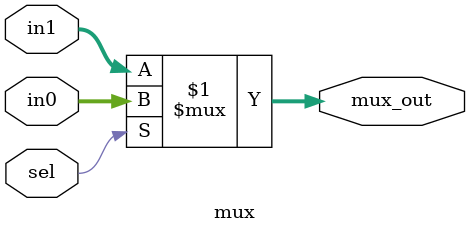
<source format=v>
module mux (
input sel,
input [31:0] in0, in1,
output [31:0] mux_out
);

assign  mux_out = (sel) ? in0 : in1;

endmodule
</source>
